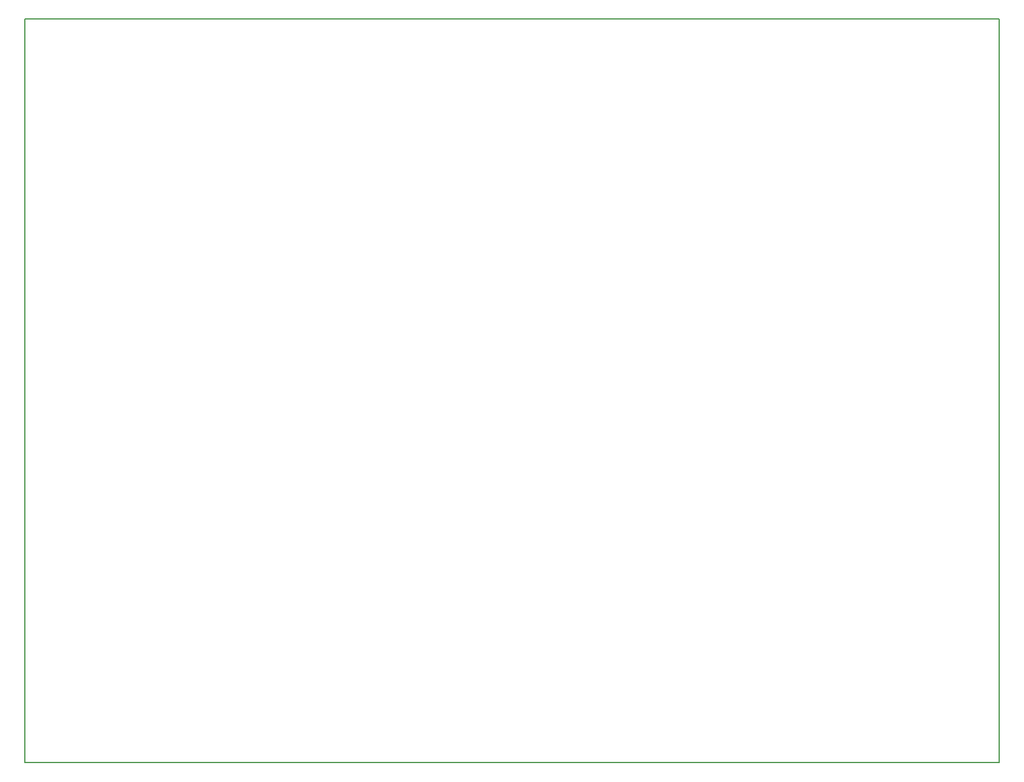
<source format=gbr>
%TF.GenerationSoftware,KiCad,Pcbnew,8.0.0*%
%TF.CreationDate,2024-04-01T11:29:53-03:00*%
%TF.ProjectId,Aula-pcb,41756c61-2d70-4636-922e-6b696361645f,rev?*%
%TF.SameCoordinates,Original*%
%TF.FileFunction,Profile,NP*%
%FSLAX46Y46*%
G04 Gerber Fmt 4.6, Leading zero omitted, Abs format (unit mm)*
G04 Created by KiCad (PCBNEW 8.0.0) date 2024-04-01 11:29:53*
%MOMM*%
%LPD*%
G01*
G04 APERTURE LIST*
%TA.AperFunction,Profile*%
%ADD10C,0.200000*%
%TD*%
G04 APERTURE END LIST*
D10*
X125500000Y-43500000D02*
X265000000Y-43500000D01*
X265000000Y-150000000D01*
X125500000Y-150000000D01*
X125500000Y-43500000D01*
M02*

</source>
